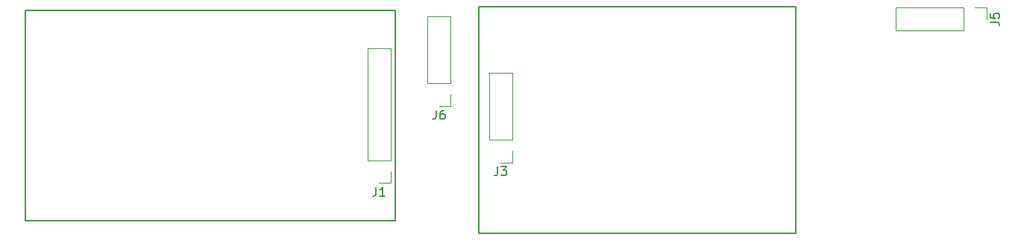
<source format=gbr>
%TF.GenerationSoftware,KiCad,Pcbnew,8.0.0*%
%TF.CreationDate,2024-03-04T10:44:04-06:00*%
%TF.ProjectId,controlSemaforicoMEga,636f6e74-726f-46c5-9365-6d61666f7269,rev?*%
%TF.SameCoordinates,PX4ef7d2aPY852b4f0*%
%TF.FileFunction,Legend,Top*%
%TF.FilePolarity,Positive*%
%FSLAX46Y46*%
G04 Gerber Fmt 4.6, Leading zero omitted, Abs format (unit mm)*
G04 Created by KiCad (PCBNEW 8.0.0) date 2024-03-04 10:44:04*
%MOMM*%
%LPD*%
G01*
G04 APERTURE LIST*
%ADD10C,0.150000*%
%ADD11C,0.120000*%
G04 APERTURE END LIST*
D10*
X3000000Y97000000D02*
X45000000Y97000000D01*
X45000000Y73000000D01*
X3000000Y73000000D01*
X3000000Y97000000D01*
X54500000Y97450000D02*
X90500000Y97450000D01*
X90500000Y71550000D01*
X54500000Y71550000D01*
X54500000Y97450000D01*
X49666666Y85595181D02*
X49666666Y84880896D01*
X49666666Y84880896D02*
X49619047Y84738039D01*
X49619047Y84738039D02*
X49523809Y84642800D01*
X49523809Y84642800D02*
X49380952Y84595181D01*
X49380952Y84595181D02*
X49285714Y84595181D01*
X50571428Y85595181D02*
X50380952Y85595181D01*
X50380952Y85595181D02*
X50285714Y85547562D01*
X50285714Y85547562D02*
X50238095Y85499943D01*
X50238095Y85499943D02*
X50142857Y85357086D01*
X50142857Y85357086D02*
X50095238Y85166610D01*
X50095238Y85166610D02*
X50095238Y84785658D01*
X50095238Y84785658D02*
X50142857Y84690420D01*
X50142857Y84690420D02*
X50190476Y84642800D01*
X50190476Y84642800D02*
X50285714Y84595181D01*
X50285714Y84595181D02*
X50476190Y84595181D01*
X50476190Y84595181D02*
X50571428Y84642800D01*
X50571428Y84642800D02*
X50619047Y84690420D01*
X50619047Y84690420D02*
X50666666Y84785658D01*
X50666666Y84785658D02*
X50666666Y85023753D01*
X50666666Y85023753D02*
X50619047Y85118991D01*
X50619047Y85118991D02*
X50571428Y85166610D01*
X50571428Y85166610D02*
X50476190Y85214229D01*
X50476190Y85214229D02*
X50285714Y85214229D01*
X50285714Y85214229D02*
X50190476Y85166610D01*
X50190476Y85166610D02*
X50142857Y85118991D01*
X50142857Y85118991D02*
X50095238Y85023753D01*
X42862656Y76853181D02*
X42862656Y76138896D01*
X42862656Y76138896D02*
X42815037Y75996039D01*
X42815037Y75996039D02*
X42719799Y75900800D01*
X42719799Y75900800D02*
X42576942Y75853181D01*
X42576942Y75853181D02*
X42481704Y75853181D01*
X43862656Y75853181D02*
X43291228Y75853181D01*
X43576942Y75853181D02*
X43576942Y76853181D01*
X43576942Y76853181D02*
X43481704Y76710324D01*
X43481704Y76710324D02*
X43386466Y76615086D01*
X43386466Y76615086D02*
X43291228Y76567467D01*
X112584819Y95666667D02*
X113299104Y95666667D01*
X113299104Y95666667D02*
X113441961Y95619048D01*
X113441961Y95619048D02*
X113537200Y95523810D01*
X113537200Y95523810D02*
X113584819Y95380953D01*
X113584819Y95380953D02*
X113584819Y95285715D01*
X112584819Y96619048D02*
X112584819Y96142858D01*
X112584819Y96142858D02*
X113061009Y96095239D01*
X113061009Y96095239D02*
X113013390Y96142858D01*
X113013390Y96142858D02*
X112965771Y96238096D01*
X112965771Y96238096D02*
X112965771Y96476191D01*
X112965771Y96476191D02*
X113013390Y96571429D01*
X113013390Y96571429D02*
X113061009Y96619048D01*
X113061009Y96619048D02*
X113156247Y96666667D01*
X113156247Y96666667D02*
X113394342Y96666667D01*
X113394342Y96666667D02*
X113489580Y96619048D01*
X113489580Y96619048D02*
X113537200Y96571429D01*
X113537200Y96571429D02*
X113584819Y96476191D01*
X113584819Y96476191D02*
X113584819Y96238096D01*
X113584819Y96238096D02*
X113537200Y96142858D01*
X113537200Y96142858D02*
X113489580Y96095239D01*
X56666666Y79175181D02*
X56666666Y78460896D01*
X56666666Y78460896D02*
X56619047Y78318039D01*
X56619047Y78318039D02*
X56523809Y78222800D01*
X56523809Y78222800D02*
X56380952Y78175181D01*
X56380952Y78175181D02*
X56285714Y78175181D01*
X57047619Y79175181D02*
X57666666Y79175181D01*
X57666666Y79175181D02*
X57333333Y78794229D01*
X57333333Y78794229D02*
X57476190Y78794229D01*
X57476190Y78794229D02*
X57571428Y78746610D01*
X57571428Y78746610D02*
X57619047Y78698991D01*
X57619047Y78698991D02*
X57666666Y78603753D01*
X57666666Y78603753D02*
X57666666Y78365658D01*
X57666666Y78365658D02*
X57619047Y78270420D01*
X57619047Y78270420D02*
X57571428Y78222800D01*
X57571428Y78222800D02*
X57476190Y78175181D01*
X57476190Y78175181D02*
X57190476Y78175181D01*
X57190476Y78175181D02*
X57095238Y78222800D01*
X57095238Y78222800D02*
X57047619Y78270420D01*
D11*
%TO.C,J6*%
X48670000Y88650000D02*
X48670000Y96330000D01*
X51330000Y96330000D02*
X48670000Y96330000D01*
X51330000Y88650000D02*
X48670000Y88650000D01*
X51330000Y88650000D02*
X51330000Y96330000D01*
X51330000Y87380000D02*
X51330000Y86050000D01*
X51330000Y86050000D02*
X50000000Y86050000D01*
%TO.C,J1*%
X41865990Y79908000D02*
X41865990Y92668000D01*
X44525990Y92668000D02*
X41865990Y92668000D01*
X44525990Y79908000D02*
X41865990Y79908000D01*
X44525990Y79908000D02*
X44525990Y92668000D01*
X44525990Y78638000D02*
X44525990Y77308000D01*
X44525990Y77308000D02*
X43195990Y77308000D01*
%TO.C,J5*%
X101850000Y97330000D02*
X101850000Y94670000D01*
X109530000Y97330000D02*
X101850000Y97330000D01*
X109530000Y97330000D02*
X109530000Y94670000D01*
X109530000Y94670000D02*
X101850000Y94670000D01*
X110800000Y97330000D02*
X112130000Y97330000D01*
X112130000Y97330000D02*
X112130000Y96000000D01*
%TO.C,J3*%
X55670000Y82230000D02*
X55670000Y89910000D01*
X58330000Y89910000D02*
X55670000Y89910000D01*
X58330000Y82230000D02*
X55670000Y82230000D01*
X58330000Y82230000D02*
X58330000Y89910000D01*
X58330000Y80960000D02*
X58330000Y79630000D01*
X58330000Y79630000D02*
X57000000Y79630000D01*
%TD*%
M02*

</source>
